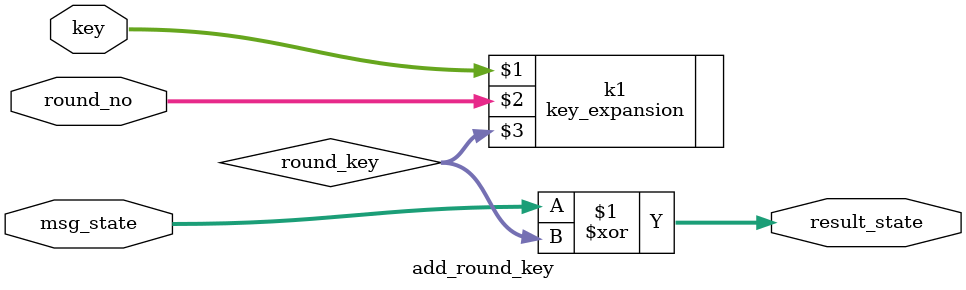
<source format=v>
module add_round_key(
    input [127:0] msg_state,
    input [127:0] key,
    input [3:0]round_no,
    output [127:0] result_state
    );
    wire [127:0]round_key;
    
    key_expansion k1(key,round_no,round_key);
    
    assign result_state = msg_state ^ round_key;

endmodule

</source>
